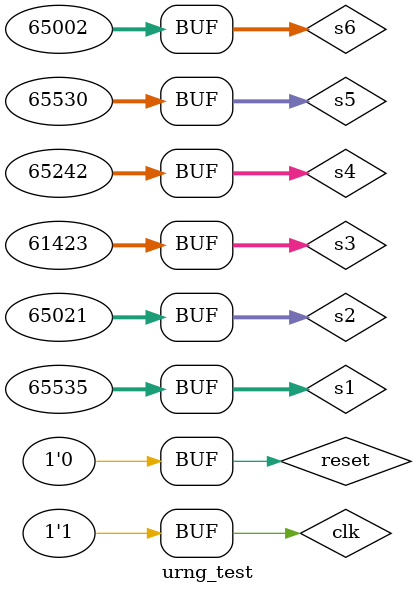
<source format=v>
`timescale 1ns/1ns
module urng_test();
reg clk, reset;
reg [31:0] s1,s2,s3,s4,s5,s6;
wire [15:0] x0,x1;

Main test(clk, reset,s1,s2,s3,s4,s5,s6,x0,x1);

always 
begin
clk=0;
#10;
clk=1;
#10;
end

initial
begin
reset=1;
s1<=32'hFFFF;
s2<=32'hFDFD;
s3<=32'hEFEF;
s4<=32'hFEDA;
s5<=32'hFFFA;
s6<=32'hFDEA;
#50;
reset=0;
end
endmodule

</source>
